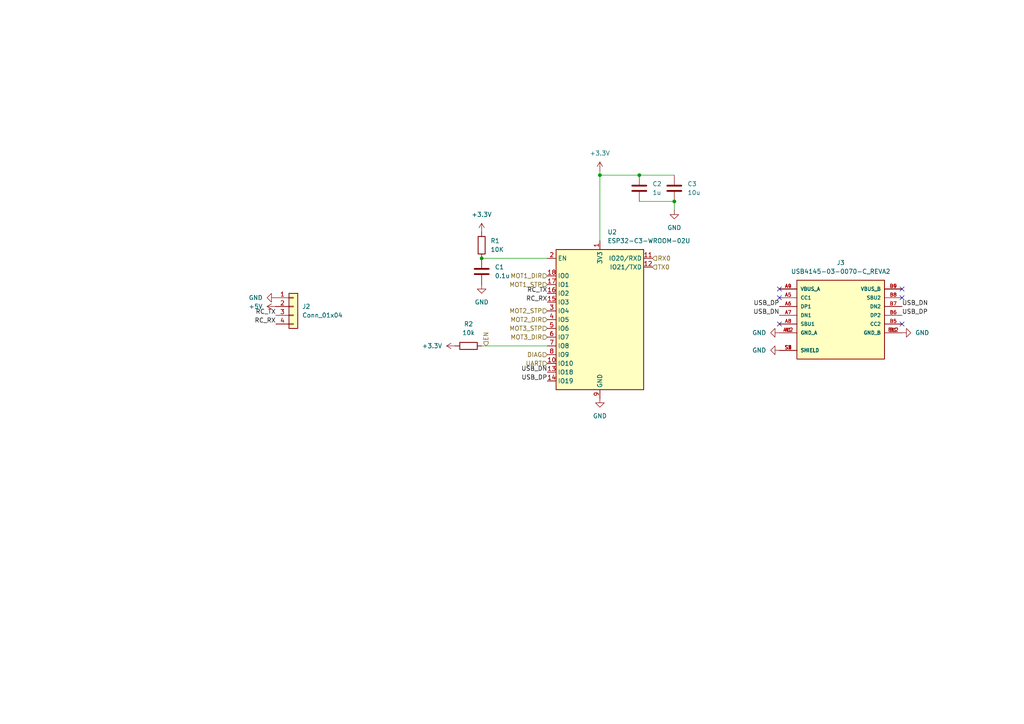
<source format=kicad_sch>
(kicad_sch (version 20231120) (generator "eeschema") (generator_version "8.0")
  (paper "A4")
  (lib_symbols
    (symbol "Connector_Generic:Conn_01x04" (pin_names (offset 1.016) hide)
      (property "Reference" "J" (at 0 5.08 0))
      (property "Value" "Conn_01x04" (at 0 -7.62 0))
      (symbol "Conn_01x04_1_1"
        (rectangle (start -1.27 -4.953) (end 0 -5.207) (stroke (width 0.1524)))
        (rectangle (start -1.27 -2.413) (end 0 -2.667) (stroke (width 0.1524)))
        (rectangle (start -1.27 0.127) (end 0 -0.127) (stroke (width 0.1524)))
        (rectangle (start -1.27 2.667) (end 0 2.413) (stroke (width 0.1524)))
        (rectangle (start -1.27 3.81) (end 1.27 -6.35) (stroke (width 0.254)) (fill (type background)))
        (pin passive line (at -5.08 2.54 0) (length 3.81) (name "Pin_1") (number "1"))
        (pin passive line (at -5.08 0 0) (length 3.81) (name "Pin_2") (number "2"))
        (pin passive line (at -5.08 -2.54 0) (length 3.81) (name "Pin_3") (number "3"))
        (pin passive line (at -5.08 -5.08 0) (length 3.81) (name "Pin_4") (number "4"))
      )
    )
    (symbol "Device:C" (pin_numbers hide) (pin_names (offset 0.254))
      (property "Reference" "C" (at 0.635 2.54 0))
      (property "Value" "C" (at 0.635 -2.54 0))
      (symbol "C_0_1"
        (polyline (pts (xy -2.032 -0.762) (xy 2.032 -0.762)) (stroke (width 0.508)))
        (polyline (pts (xy -2.032 0.762) (xy 2.032 0.762)) (stroke (width 0.508)))
      )
      (symbol "C_1_1"
        (pin passive line (at 0 3.81 270) (length 2.794) (name "~") (number "1"))
        (pin passive line (at 0 -3.81 90) (length 2.794) (name "~") (number "2"))
      )
    )
    (symbol "Device:R" (pin_numbers hide) (pin_names (offset 0))
      (property "Reference" "R" (at 2.032 0 90))
      (property "Value" "R" (at 0 0 90))
      (symbol "R_0_1"
        (rectangle (start -1.016 -2.54) (end 1.016 2.54) (stroke (width 0.254)))
      )
      (symbol "R_1_1"
        (pin passive line (at 0 3.81 270) (length 1.27) (name "~") (number "1"))
        (pin passive line (at 0 -3.81 90) (length 1.27) (name "~") (number "2"))
      )
    )
    (symbol "RF_Module:ESP32-C3-WROOM-02U"
      (property "Reference" "U" (at -12.192 21.336 0))
      (property "Value" "ESP32-C3-WROOM-02U" (at 12.7 21.336 0))
      (symbol "ESP32-C3-WROOM-02U_1_1"
        (rectangle (start -12.7 20.32) (end 12.7 -20.32) (stroke (width 0.254)) (fill (type background)))
        (pin power_in line (at 0 22.86 270) (length 2.54) (name "3V3") (number "1"))
        (pin bidirectional line (at -15.24 -12.7 0) (length 2.54) (name "IO10") (number "10"))
        (pin bidirectional line (at 15.24 17.78 180) (length 2.54) (name "IO20/RXD") (number "11"))
        (pin bidirectional line (at 15.24 15.24 180) (length 2.54) (name "IO21/TXD") (number "12"))
        (pin bidirectional line (at -15.24 -15.24 0) (length 2.54) (name "IO18") (number "13"))
        (pin bidirectional line (at -15.24 -17.78 0) (length 2.54) (name "IO19") (number "14"))
        (pin bidirectional line (at -15.24 5.08 0) (length 2.54) (name "IO3") (number "15"))
        (pin bidirectional line (at -15.24 7.62 0) (length 2.54) (name "IO2") (number "16"))
        (pin bidirectional line (at -15.24 10.16 0) (length 2.54) (name "IO1") (number "17"))
        (pin bidirectional line (at -15.24 12.7 0) (length 2.54) (name "IO0") (number "18"))
        (pin passive line (at 0 -22.86 90) (length 2.54) hide (name "GND") (number "19"))
        (pin input line (at -15.24 17.78 0) (length 2.54) (name "EN") (number "2"))
        (pin bidirectional line (at -15.24 2.54 0) (length 2.54) (name "IO4") (number "3"))
        (pin bidirectional line (at -15.24 0 0) (length 2.54) (name "IO5") (number "4"))
        (pin bidirectional line (at -15.24 -2.54 0) (length 2.54) (name "IO6") (number "5"))
        (pin bidirectional line (at -15.24 -5.08 0) (length 2.54) (name "IO7") (number "6"))
        (pin bidirectional line (at -15.24 -7.62 0) (length 2.54) (name "IO8") (number "7"))
        (pin bidirectional line (at -15.24 -10.16 0) (length 2.54) (name "IO9") (number "8"))
        (pin power_in line (at 0 -22.86 90) (length 2.54) (name "GND") (number "9"))
      )
    )
    (symbol "USB4145-03-0070-C_REVA2:USB4145-03-0070-C_REVA2" (pin_names (offset 1.016))
      (property "Reference" "J" (at -12.7 10.922 0))
      (property "Value" "USB4145-03-0070-C_REVA2" (at -12.7 -15.24 0))
      (symbol "USB4145-03-0070-C_REVA2_0_0"
        (rectangle (start -12.7 -12.7) (end 12.7 10.16) (stroke (width 0.254)) (fill (type background)))
        (pin power_in line (at -17.78 -5.08 0) (length 5.08) (name "GND_A") (number "A1"))
        (pin power_in line (at -17.78 -5.08 0) (length 5.08) (name "GND_A") (number "A12"))
        (pin power_in line (at -17.78 7.62 0) (length 5.08) (name "VBUS_A") (number "A4"))
        (pin bidirectional line (at -17.78 5.08 0) (length 5.08) (name "CC1") (number "A5"))
        (pin bidirectional line (at -17.78 2.54 0) (length 5.08) (name "DP1") (number "A6"))
        (pin bidirectional line (at -17.78 0 0) (length 5.08) (name "DN1") (number "A7"))
        (pin bidirectional line (at -17.78 -2.54 0) (length 5.08) (name "SBU1") (number "A8"))
        (pin power_in line (at -17.78 7.62 0) (length 5.08) (name "VBUS_A") (number "A9"))
        (pin power_in line (at 17.78 -5.08 180) (length 5.08) (name "GND_B") (number "B1"))
        (pin power_in line (at 17.78 -5.08 180) (length 5.08) (name "GND_B") (number "B12"))
        (pin power_in line (at 17.78 7.62 180) (length 5.08) (name "VBUS_B") (number "B4"))
        (pin bidirectional line (at 17.78 -2.54 180) (length 5.08) (name "CC2") (number "B5"))
        (pin bidirectional line (at 17.78 0 180) (length 5.08) (name "DP2") (number "B6"))
        (pin bidirectional line (at 17.78 2.54 180) (length 5.08) (name "DN2") (number "B7"))
        (pin bidirectional line (at 17.78 5.08 180) (length 5.08) (name "SBU2") (number "B8"))
        (pin power_in line (at 17.78 7.62 180) (length 5.08) (name "VBUS_B") (number "B9"))
        (pin passive line (at -17.78 -10.16 0) (length 5.08) (name "SHIELD") (number "S1"))
        (pin passive line (at -17.78 -10.16 0) (length 5.08) (name "SHIELD") (number "S2"))
        (pin passive line (at -17.78 -10.16 0) (length 5.08) (name "SHIELD") (number "S3"))
        (pin passive line (at -17.78 -10.16 0) (length 5.08) (name "SHIELD") (number "S4"))
      )
    )
    (symbol "power:+3.3V" (power) (pin_numbers hide) (pin_names (offset 0) hide)
      (property "Value" "+3.3V" (at 0 3.556 0))
      (symbol "+3.3V_0_1"
        (polyline (pts (xy -0.762 1.27) (xy 0 2.54)))
        (polyline (pts (xy 0 0) (xy 0 2.54)))
        (polyline (pts (xy 0 2.54) (xy 0.762 1.27)))
      )
      (symbol "+3.3V_1_1"
        (pin power_in line (at 0 0 90) (length 0) (name "~") (number "1"))
      )
    )
    (symbol "power:+5V" (power) (pin_numbers hide) (pin_names (offset 0) hide)
      (property "Value" "+5V" (at 0 3.556 0))
      (symbol "+5V_0_1"
        (polyline (pts (xy -0.762 1.27) (xy 0 2.54)))
        (polyline (pts (xy 0 0) (xy 0 2.54)))
        (polyline (pts (xy 0 2.54) (xy 0.762 1.27)))
      )
      (symbol "+5V_1_1"
        (pin power_in line (at 0 0 90) (length 0) (name "~") (number "1"))
      )
    )
    (symbol "power:GND" (power) (pin_numbers hide) (pin_names (offset 0) hide)
      (property "Value" "GND" (at 0 -3.81 0))
      (symbol "GND_0_1"
        (polyline (pts (xy 0 0) (xy 0 -1.27) (xy 1.27 -1.27) (xy 0 -2.54) (xy -1.27 -1.27) (xy 0 -1.27)))
      )
      (symbol "GND_1_1"
        (pin power_in line (at 0 0 270) (length 0) (name "~") (number "1"))
      )
    )
  )
  (junction (at 139.7 74.93))
  (junction (at 173.99 50.8))
  (junction (at 185.42 50.8))
  (junction (at 195.58 58.42))
  (no_connect (at 226.06 86.36))
  (no_connect (at 261.62 86.36))
  (no_connect (at 226.06 93.98))
  (no_connect (at 226.06 83.82))
  (no_connect (at 261.62 83.82))
  (no_connect (at 261.62 93.98))
  (wire (pts (xy 195.58 60.96) (xy 195.58 58.42)))
  (wire (pts (xy 139.7 100.33) (xy 158.75 100.33)))
  (wire (pts (xy 185.42 50.8) (xy 195.58 50.8)))
  (wire (pts (xy 173.99 49.53) (xy 173.99 50.8)))
  (wire (pts (xy 173.99 50.8) (xy 185.42 50.8)))
  (wire (pts (xy 185.42 58.42) (xy 195.58 58.42)))
  (wire (pts (xy 173.99 50.8) (xy 173.99 69.85)))
  (wire (pts (xy 139.7 74.93) (xy 158.75 74.93)))
  (label "USB_DN" (at 261.62 88.9 0))
  (label "USB_DP" (at 261.62 91.44 0))
  (label "RC_RX" (at 80.01 93.98 180))
  (label "USB_DP" (at 158.75 110.49 180))
  (label "USB_DN" (at 158.75 107.95 180))
  (label "USB_DP" (at 226.06 88.9 180))
  (label "USB_DN" (at 226.06 91.44 180))
  (label "RC_RX" (at 158.75 87.63 180))
  (label "RC_TX" (at 158.75 85.09 180))
  (label "RC_TX" (at 80.01 91.44 180))
  (hierarchical_label "RX0" (shape input) (at 189.23 74.93 0))
  (hierarchical_label "MOT1_STP" (shape input) (at 158.75 82.55 180))
  (hierarchical_label "EN" (shape input) (at 140.97 100.33 90))
  (hierarchical_label "DIAG" (shape input) (at 158.75 102.87 180))
  (hierarchical_label "MOT1_DIR" (shape input) (at 158.75 80.01 180))
  (hierarchical_label "MOT3_STP" (shape input) (at 158.75 95.25 180))
  (hierarchical_label "TX0" (shape input) (at 189.23 77.47 0))
  (hierarchical_label "MOT2_STP" (shape input) (at 158.75 90.17 180))
  (hierarchical_label "MOT3_DIR" (shape input) (at 158.75 97.79 180))
  (hierarchical_label "UART" (shape input) (at 158.75 105.41 180))
  (hierarchical_label "MOT2_DIR" (shape input) (at 158.75 92.71 180))
  (symbol (lib_id "power:GND") (at 139.7 82.55 0) (unit 1)
    (property "Reference" "#PWR08" (effects (hide yes)))
    (property "Value" "GND" (at 139.7 87.63 0))
    (property "Description" "Power symbol creates a global label with name \"GND\" , ground" (effects (hide yes)))
  )
  (symbol (lib_id "Device:C") (at 185.42 54.61 0) (unit 1)
    (property "Reference" "C2" (at 189.23 53.3399 0) (effects (justify left)))
    (property "Value" "1u" (at 189.23 55.8799 0) (effects (justify left)))
    (property "Footprint" "Capacitor_SMD:C_0603_1608Metric_Pad1.08x0.95mm_HandSolder" (effects (hide yes)))
    (property "Description" "Unpolarized capacitor" (effects (hide yes)))
  )
  (symbol (lib_id "power:+3.3V") (at 132.08 100.33 90) (unit 1)
    (property "Reference" "#PWR011" (effects (hide yes)))
    (property "Value" "+3.3V" (at 128.27 100.3299 90) (effects (justify left)))
    (property "Description" "Power symbol creates a global label with name \"+3.3V\"" (effects (hide yes)))
  )
  (symbol (lib_id "RF_Module:ESP32-C3-WROOM-02U") (at 173.99 92.71 0) (unit 1)
    (property "Reference" "U2" (at 176.1841 67.31 0) (effects (justify left)))
    (property "Value" "ESP32-C3-WROOM-02U" (at 176.1841 69.85 0) (effects (justify left)))
    (property "Footprint" "RF_Module:ESP32-C3-WROOM-02U" (effects (hide yes)))
    (property "Datasheet" "https://www.espressif.com/sites/default/files/documentation/esp32-c3-wroom-02_datasheet_en.pdf" (effects (hide yes)))
    (property "Description" "802.11 b/g/n Wi­Fi and Bluetooth 5 module, ESP32­C3 SoC, RISC­V microprocessor, On-board antenna" (effects (hide yes)))
  )
  (symbol (lib_id "power:GND") (at 195.58 60.96 0) (unit 1)
    (property "Reference" "#PWR010" (effects (hide yes)))
    (property "Value" "GND" (at 195.58 66.04 0))
    (property "Description" "Power symbol creates a global label with name \"GND\" , ground" (effects (hide yes)))
  )
  (symbol (lib_id "power:GND") (at 226.06 101.6 270) (unit 1)
    (property "Reference" "#PWR013" (effects (hide yes)))
    (property "Value" "GND" (at 222.25 101.5999 90) (effects (justify right)))
    (property "Description" "Power symbol creates a global label with name \"GND\" , ground" (effects (hide yes)))
  )
  (symbol (lib_id "Connector_Generic:Conn_01x04") (at 85.09 88.9 0) (unit 1)
    (property "Reference" "J2" (at 87.63 88.8999 0) (effects (justify left)))
    (property "Value" "Conn_01x04" (at 87.63 91.4399 0) (effects (justify left)))
    (property "Footprint" "Connector_PinHeader_2.54mm:PinHeader_1x04_P2.54mm_Vertical" (effects (hide yes)))
    (property "Description" "Generic connector, single row, 01x04, script generated (kicad-library-utils/schlib/autogen/connector/)" (effects (hide yes)))
  )
  (symbol (lib_id "Device:R") (at 139.7 71.12 180) (unit 1)
    (property "Reference" "R1" (at 142.24 69.8499 0) (effects (justify right)))
    (property "Value" "10K" (at 142.24 72.3899 0) (effects (justify right)))
    (property "Footprint" "Resistor_SMD:R_0603_1608Metric_Pad0.98x0.95mm_HandSolder" (effects (hide yes)))
    (property "Description" "Resistor" (effects (hide yes)))
  )
  (symbol (lib_id "power:GND") (at 226.06 96.52 270) (unit 1)
    (property "Reference" "#PWR012" (effects (hide yes)))
    (property "Value" "GND" (at 222.25 96.5199 90) (effects (justify right)))
    (property "Description" "Power symbol creates a global label with name \"GND\" , ground" (effects (hide yes)))
  )
  (symbol (lib_id "power:+3.3V") (at 173.99 49.53 0) (unit 1)
    (property "Reference" "#PWR09" (effects (hide yes)))
    (property "Value" "+3.3V" (at 173.99 44.45 0))
    (property "Description" "Power symbol creates a global label with name \"+3.3V\"" (effects (hide yes)))
  )
  (symbol (lib_id "power:+3.3V") (at 139.7 67.31 0) (unit 1)
    (property "Reference" "#PWR07" (effects (hide yes)))
    (property "Value" "+3.3V" (at 139.7 62.23 0))
    (property "Description" "Power symbol creates a global label with name \"+3.3V\"" (effects (hide yes)))
  )
  (symbol (lib_id "Device:R") (at 135.89 100.33 90) (unit 1)
    (property "Reference" "R2" (at 135.89 93.98 90))
    (property "Value" "10k" (at 135.89 96.52 90))
    (property "Footprint" "Resistor_SMD:R_0603_1608Metric_Pad0.98x0.95mm_HandSolder" (effects (hide yes)))
    (property "Description" "Resistor" (effects (hide yes)))
  )
  (symbol (lib_id "power:GND") (at 80.01 86.36 270) (unit 1)
    (property "Reference" "#PWR04" (effects (hide yes)))
    (property "Value" "GND" (at 76.2 86.3599 90) (effects (justify right)))
    (property "Description" "Power symbol creates a global label with name \"GND\" , ground" (effects (hide yes)))
  )
  (symbol (lib_id "Device:C") (at 139.7 78.74 180) (unit 1)
    (property "Reference" "C1" (at 143.51 77.4699 0) (effects (justify right)))
    (property "Value" "0.1u" (at 143.51 80.0099 0) (effects (justify right)))
    (property "Footprint" "Capacitor_SMD:C_0603_1608Metric_Pad1.08x0.95mm_HandSolder" (effects (hide yes)))
    (property "Description" "Unpolarized capacitor" (effects (hide yes)))
  )
  (symbol (lib_id "Device:C") (at 195.58 54.61 0) (unit 1)
    (property "Reference" "C3" (at 199.39 53.3399 0) (effects (justify left)))
    (property "Value" "10u" (at 199.39 55.8799 0) (effects (justify left)))
    (property "Footprint" "Capacitor_SMD:C_0603_1608Metric_Pad1.08x0.95mm_HandSolder" (effects (hide yes)))
    (property "Description" "Unpolarized capacitor" (effects (hide yes)))
  )
  (symbol (lib_id "USB4145-03-0070-C_REVA2:USB4145-03-0070-C_REVA2") (at 243.84 91.44 0) (unit 1)
    (property "Reference" "J3" (at 243.84 76.2 0))
    (property "Value" "USB4145-03-0070-C_REVA2" (at 243.84 78.74 0))
    (property "Footprint" "USB4145-03-0070-C_REVA2:GCT_USB4145-03-0070-C_REVA2" (effects (hide yes)))
    (property "MF" "Global Connector Technology" (effects (hide yes)))
    (property "MAXIMUM_PACKAGE_HEIGHT" "7.66mm" (effects (hide yes)))
    (property "Package" "None" (effects (hide yes)))
    (property "Price" "None" (effects (hide yes)))
    (property "Check_prices" "https://www.snapeda.com/parts/USB4145-03-0070-C/Global+Connector+Technology/view-part/?ref=eda" (effects (hide yes)))
    (property "STANDARD" "Manufacturer Recommendations" (effects (hide yes)))
    (property "PARTREV" "A2" (effects (hide yes)))
    (property "SnapEDA_Link" "https://www.snapeda.com/parts/USB4145-03-0070-C/Global+Connector+Technology/view-part/?ref=snap" (effects (hide yes)))
    (property "MP" "USB4145-03-0070-C" (effects (hide yes)))
    (property "Description_1" "\n                        \n                            Type C USB 2.0 Connector\n                        \n" (effects (hide yes)))
    (property "MANUFACTURER" "GCT" (effects (hide yes)))
    (property "Availability" "In Stock" (effects (hide yes)))
    (property "SNAPEDA_PN" "USB4145-03-0070-C" (effects (hide yes)))
    (property "Mouser_Price_USD" "1.25" (effects (hide yes)))
    (property "Mouser Part Number" " 640-USB4145-3-0070-C " (effects (hide yes)))
  )
  (symbol (lib_id "power:GND") (at 173.99 115.57 0) (unit 1)
    (property "Reference" "#PWR06" (effects (hide yes)))
    (property "Value" "GND" (at 173.99 120.65 0))
    (property "Description" "Power symbol creates a global label with name \"GND\" , ground" (effects (hide yes)))
  )
  (symbol (lib_id "power:+5V") (at 80.01 88.9 90) (unit 1)
    (property "Reference" "#PWR05" (effects (hide yes)))
    (property "Value" "+5V" (at 76.2 88.8999 90) (effects (justify left)))
    (property "Description" "Power symbol creates a global label with name \"+5V\"" (effects (hide yes)))
  )
  (symbol (lib_id "power:GND") (at 261.62 96.52 90) (unit 1)
    (property "Reference" "#PWR014" (effects (hide yes)))
    (property "Value" "GND" (at 265.43 96.5199 90) (effects (justify right)))
    (property "Description" "Power symbol creates a global label with name \"GND\" , ground" (effects (hide yes)))
  )
)
</source>
